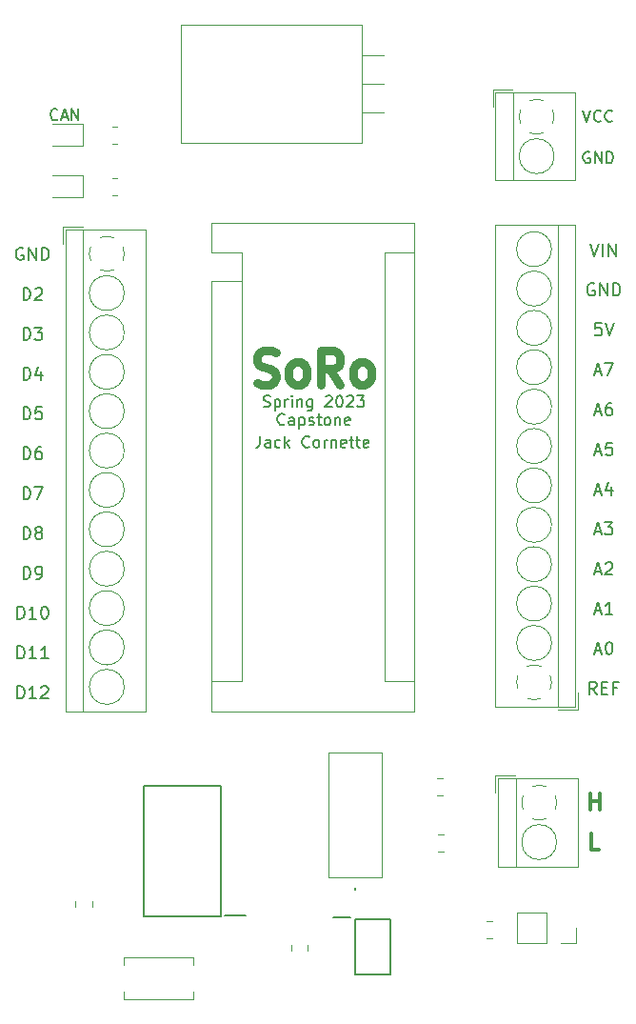
<source format=gbr>
%TF.GenerationSoftware,KiCad,Pcbnew,(6.0.10)*%
%TF.CreationDate,2023-02-10T12:49:52-06:00*%
%TF.ProjectId,lowerArm,6c6f7765-7241-4726-9d2e-6b696361645f,rev?*%
%TF.SameCoordinates,Original*%
%TF.FileFunction,Legend,Top*%
%TF.FilePolarity,Positive*%
%FSLAX46Y46*%
G04 Gerber Fmt 4.6, Leading zero omitted, Abs format (unit mm)*
G04 Created by KiCad (PCBNEW (6.0.10)) date 2023-02-10 12:49:52*
%MOMM*%
%LPD*%
G01*
G04 APERTURE LIST*
%ADD10C,0.150000*%
%ADD11C,0.750000*%
%ADD12C,0.300000*%
%ADD13C,0.120000*%
%ADD14C,0.200000*%
%ADD15C,0.100000*%
G04 APERTURE END LIST*
D10*
X170116666Y-54316380D02*
X170450000Y-55316380D01*
X170783333Y-54316380D01*
X171688095Y-55221142D02*
X171640476Y-55268761D01*
X171497619Y-55316380D01*
X171402380Y-55316380D01*
X171259523Y-55268761D01*
X171164285Y-55173523D01*
X171116666Y-55078285D01*
X171069047Y-54887809D01*
X171069047Y-54744952D01*
X171116666Y-54554476D01*
X171164285Y-54459238D01*
X171259523Y-54364000D01*
X171402380Y-54316380D01*
X171497619Y-54316380D01*
X171640476Y-54364000D01*
X171688095Y-54411619D01*
X172688095Y-55221142D02*
X172640476Y-55268761D01*
X172497619Y-55316380D01*
X172402380Y-55316380D01*
X172259523Y-55268761D01*
X172164285Y-55173523D01*
X172116666Y-55078285D01*
X172069047Y-54887809D01*
X172069047Y-54744952D01*
X172116666Y-54554476D01*
X172164285Y-54459238D01*
X172259523Y-54364000D01*
X172402380Y-54316380D01*
X172497619Y-54316380D01*
X172640476Y-54364000D01*
X172688095Y-54411619D01*
X170753238Y-66149619D02*
X171119904Y-67249619D01*
X171486571Y-66149619D01*
X171853238Y-67249619D02*
X171853238Y-66149619D01*
X172377047Y-67249619D02*
X172377047Y-66149619D01*
X173005619Y-67249619D01*
X173005619Y-66149619D01*
X171119904Y-69744000D02*
X171015142Y-69691619D01*
X170858000Y-69691619D01*
X170700857Y-69744000D01*
X170596095Y-69848761D01*
X170543714Y-69953523D01*
X170491333Y-70163047D01*
X170491333Y-70320190D01*
X170543714Y-70529714D01*
X170596095Y-70634476D01*
X170700857Y-70739238D01*
X170858000Y-70791619D01*
X170962761Y-70791619D01*
X171119904Y-70739238D01*
X171172285Y-70686857D01*
X171172285Y-70320190D01*
X170962761Y-70320190D01*
X171643714Y-70791619D02*
X171643714Y-69691619D01*
X172272285Y-70791619D01*
X172272285Y-69691619D01*
X172796095Y-70791619D02*
X172796095Y-69691619D01*
X173058000Y-69691619D01*
X173215142Y-69744000D01*
X173319904Y-69848761D01*
X173372285Y-69953523D01*
X173424666Y-70163047D01*
X173424666Y-70320190D01*
X173372285Y-70529714D01*
X173319904Y-70634476D01*
X173215142Y-70739238D01*
X173058000Y-70791619D01*
X172796095Y-70791619D01*
X171748476Y-73233619D02*
X171224666Y-73233619D01*
X171172285Y-73757428D01*
X171224666Y-73705047D01*
X171329428Y-73652666D01*
X171591333Y-73652666D01*
X171696095Y-73705047D01*
X171748476Y-73757428D01*
X171800857Y-73862190D01*
X171800857Y-74124095D01*
X171748476Y-74228857D01*
X171696095Y-74281238D01*
X171591333Y-74333619D01*
X171329428Y-74333619D01*
X171224666Y-74281238D01*
X171172285Y-74228857D01*
X172115142Y-73233619D02*
X172481809Y-74333619D01*
X172848476Y-73233619D01*
X171172285Y-77561333D02*
X171696095Y-77561333D01*
X171067523Y-77875619D02*
X171434190Y-76775619D01*
X171800857Y-77875619D01*
X172062761Y-76775619D02*
X172796095Y-76775619D01*
X172324666Y-77875619D01*
X171172285Y-81103333D02*
X171696095Y-81103333D01*
X171067523Y-81417619D02*
X171434190Y-80317619D01*
X171800857Y-81417619D01*
X172638952Y-80317619D02*
X172429428Y-80317619D01*
X172324666Y-80370000D01*
X172272285Y-80422380D01*
X172167523Y-80579523D01*
X172115142Y-80789047D01*
X172115142Y-81208095D01*
X172167523Y-81312857D01*
X172219904Y-81365238D01*
X172324666Y-81417619D01*
X172534190Y-81417619D01*
X172638952Y-81365238D01*
X172691333Y-81312857D01*
X172743714Y-81208095D01*
X172743714Y-80946190D01*
X172691333Y-80841428D01*
X172638952Y-80789047D01*
X172534190Y-80736666D01*
X172324666Y-80736666D01*
X172219904Y-80789047D01*
X172167523Y-80841428D01*
X172115142Y-80946190D01*
X171172285Y-84645333D02*
X171696095Y-84645333D01*
X171067523Y-84959619D02*
X171434190Y-83859619D01*
X171800857Y-84959619D01*
X172691333Y-83859619D02*
X172167523Y-83859619D01*
X172115142Y-84383428D01*
X172167523Y-84331047D01*
X172272285Y-84278666D01*
X172534190Y-84278666D01*
X172638952Y-84331047D01*
X172691333Y-84383428D01*
X172743714Y-84488190D01*
X172743714Y-84750095D01*
X172691333Y-84854857D01*
X172638952Y-84907238D01*
X172534190Y-84959619D01*
X172272285Y-84959619D01*
X172167523Y-84907238D01*
X172115142Y-84854857D01*
X171172285Y-88187333D02*
X171696095Y-88187333D01*
X171067523Y-88501619D02*
X171434190Y-87401619D01*
X171800857Y-88501619D01*
X172638952Y-87768285D02*
X172638952Y-88501619D01*
X172377047Y-87349238D02*
X172115142Y-88134952D01*
X172796095Y-88134952D01*
X171172285Y-91729333D02*
X171696095Y-91729333D01*
X171067523Y-92043619D02*
X171434190Y-90943619D01*
X171800857Y-92043619D01*
X172062761Y-90943619D02*
X172743714Y-90943619D01*
X172377047Y-91362666D01*
X172534190Y-91362666D01*
X172638952Y-91415047D01*
X172691333Y-91467428D01*
X172743714Y-91572190D01*
X172743714Y-91834095D01*
X172691333Y-91938857D01*
X172638952Y-91991238D01*
X172534190Y-92043619D01*
X172219904Y-92043619D01*
X172115142Y-91991238D01*
X172062761Y-91938857D01*
X171172285Y-95271333D02*
X171696095Y-95271333D01*
X171067523Y-95585619D02*
X171434190Y-94485619D01*
X171800857Y-95585619D01*
X172115142Y-94590380D02*
X172167523Y-94538000D01*
X172272285Y-94485619D01*
X172534190Y-94485619D01*
X172638952Y-94538000D01*
X172691333Y-94590380D01*
X172743714Y-94695142D01*
X172743714Y-94799904D01*
X172691333Y-94957047D01*
X172062761Y-95585619D01*
X172743714Y-95585619D01*
X171172285Y-98813333D02*
X171696095Y-98813333D01*
X171067523Y-99127619D02*
X171434190Y-98027619D01*
X171800857Y-99127619D01*
X172743714Y-99127619D02*
X172115142Y-99127619D01*
X172429428Y-99127619D02*
X172429428Y-98027619D01*
X172324666Y-98184761D01*
X172219904Y-98289523D01*
X172115142Y-98341904D01*
X171172285Y-102355333D02*
X171696095Y-102355333D01*
X171067523Y-102669619D02*
X171434190Y-101569619D01*
X171800857Y-102669619D01*
X172377047Y-101569619D02*
X172481809Y-101569619D01*
X172586571Y-101622000D01*
X172638952Y-101674380D01*
X172691333Y-101779142D01*
X172743714Y-101988666D01*
X172743714Y-102250571D01*
X172691333Y-102460095D01*
X172638952Y-102564857D01*
X172586571Y-102617238D01*
X172481809Y-102669619D01*
X172377047Y-102669619D01*
X172272285Y-102617238D01*
X172219904Y-102564857D01*
X172167523Y-102460095D01*
X172115142Y-102250571D01*
X172115142Y-101988666D01*
X172167523Y-101779142D01*
X172219904Y-101674380D01*
X172272285Y-101622000D01*
X172377047Y-101569619D01*
X171329428Y-106211619D02*
X170962761Y-105687809D01*
X170700857Y-106211619D02*
X170700857Y-105111619D01*
X171119904Y-105111619D01*
X171224666Y-105164000D01*
X171277047Y-105216380D01*
X171329428Y-105321142D01*
X171329428Y-105478285D01*
X171277047Y-105583047D01*
X171224666Y-105635428D01*
X171119904Y-105687809D01*
X170700857Y-105687809D01*
X171800857Y-105635428D02*
X172167523Y-105635428D01*
X172324666Y-106211619D02*
X171800857Y-106211619D01*
X171800857Y-105111619D01*
X172324666Y-105111619D01*
X173162761Y-105635428D02*
X172796095Y-105635428D01*
X172796095Y-106211619D02*
X172796095Y-105111619D01*
X173319904Y-105111619D01*
D11*
X141105571Y-78557285D02*
X141534142Y-78700142D01*
X142248428Y-78700142D01*
X142534142Y-78557285D01*
X142677000Y-78414428D01*
X142819857Y-78128714D01*
X142819857Y-77843000D01*
X142677000Y-77557285D01*
X142534142Y-77414428D01*
X142248428Y-77271571D01*
X141677000Y-77128714D01*
X141391285Y-76985857D01*
X141248428Y-76843000D01*
X141105571Y-76557285D01*
X141105571Y-76271571D01*
X141248428Y-75985857D01*
X141391285Y-75843000D01*
X141677000Y-75700142D01*
X142391285Y-75700142D01*
X142819857Y-75843000D01*
X144534142Y-78700142D02*
X144248428Y-78557285D01*
X144105571Y-78414428D01*
X143962714Y-78128714D01*
X143962714Y-77271571D01*
X144105571Y-76985857D01*
X144248428Y-76843000D01*
X144534142Y-76700142D01*
X144962714Y-76700142D01*
X145248428Y-76843000D01*
X145391285Y-76985857D01*
X145534142Y-77271571D01*
X145534142Y-78128714D01*
X145391285Y-78414428D01*
X145248428Y-78557285D01*
X144962714Y-78700142D01*
X144534142Y-78700142D01*
X148534142Y-78700142D02*
X147534142Y-77271571D01*
X146819857Y-78700142D02*
X146819857Y-75700142D01*
X147962714Y-75700142D01*
X148248428Y-75843000D01*
X148391285Y-75985857D01*
X148534142Y-76271571D01*
X148534142Y-76700142D01*
X148391285Y-76985857D01*
X148248428Y-77128714D01*
X147962714Y-77271571D01*
X146819857Y-77271571D01*
X150248428Y-78700142D02*
X149962714Y-78557285D01*
X149819857Y-78414428D01*
X149677000Y-78128714D01*
X149677000Y-77271571D01*
X149819857Y-76985857D01*
X149962714Y-76843000D01*
X150248428Y-76700142D01*
X150677000Y-76700142D01*
X150962714Y-76843000D01*
X151105571Y-76985857D01*
X151248428Y-77271571D01*
X151248428Y-78128714D01*
X151105571Y-78414428D01*
X150962714Y-78557285D01*
X150677000Y-78700142D01*
X150248428Y-78700142D01*
D10*
X141383333Y-83272380D02*
X141383333Y-83986666D01*
X141335714Y-84129523D01*
X141240476Y-84224761D01*
X141097619Y-84272380D01*
X141002380Y-84272380D01*
X142288095Y-84272380D02*
X142288095Y-83748571D01*
X142240476Y-83653333D01*
X142145238Y-83605714D01*
X141954761Y-83605714D01*
X141859523Y-83653333D01*
X142288095Y-84224761D02*
X142192857Y-84272380D01*
X141954761Y-84272380D01*
X141859523Y-84224761D01*
X141811904Y-84129523D01*
X141811904Y-84034285D01*
X141859523Y-83939047D01*
X141954761Y-83891428D01*
X142192857Y-83891428D01*
X142288095Y-83843809D01*
X143192857Y-84224761D02*
X143097619Y-84272380D01*
X142907142Y-84272380D01*
X142811904Y-84224761D01*
X142764285Y-84177142D01*
X142716666Y-84081904D01*
X142716666Y-83796190D01*
X142764285Y-83700952D01*
X142811904Y-83653333D01*
X142907142Y-83605714D01*
X143097619Y-83605714D01*
X143192857Y-83653333D01*
X143621428Y-84272380D02*
X143621428Y-83272380D01*
X143716666Y-83891428D02*
X144002380Y-84272380D01*
X144002380Y-83605714D02*
X143621428Y-83986666D01*
X145764285Y-84177142D02*
X145716666Y-84224761D01*
X145573809Y-84272380D01*
X145478571Y-84272380D01*
X145335714Y-84224761D01*
X145240476Y-84129523D01*
X145192857Y-84034285D01*
X145145238Y-83843809D01*
X145145238Y-83700952D01*
X145192857Y-83510476D01*
X145240476Y-83415238D01*
X145335714Y-83320000D01*
X145478571Y-83272380D01*
X145573809Y-83272380D01*
X145716666Y-83320000D01*
X145764285Y-83367619D01*
X146335714Y-84272380D02*
X146240476Y-84224761D01*
X146192857Y-84177142D01*
X146145238Y-84081904D01*
X146145238Y-83796190D01*
X146192857Y-83700952D01*
X146240476Y-83653333D01*
X146335714Y-83605714D01*
X146478571Y-83605714D01*
X146573809Y-83653333D01*
X146621428Y-83700952D01*
X146669047Y-83796190D01*
X146669047Y-84081904D01*
X146621428Y-84177142D01*
X146573809Y-84224761D01*
X146478571Y-84272380D01*
X146335714Y-84272380D01*
X147097619Y-84272380D02*
X147097619Y-83605714D01*
X147097619Y-83796190D02*
X147145238Y-83700952D01*
X147192857Y-83653333D01*
X147288095Y-83605714D01*
X147383333Y-83605714D01*
X147716666Y-83605714D02*
X147716666Y-84272380D01*
X147716666Y-83700952D02*
X147764285Y-83653333D01*
X147859523Y-83605714D01*
X148002380Y-83605714D01*
X148097619Y-83653333D01*
X148145238Y-83748571D01*
X148145238Y-84272380D01*
X149002380Y-84224761D02*
X148907142Y-84272380D01*
X148716666Y-84272380D01*
X148621428Y-84224761D01*
X148573809Y-84129523D01*
X148573809Y-83748571D01*
X148621428Y-83653333D01*
X148716666Y-83605714D01*
X148907142Y-83605714D01*
X149002380Y-83653333D01*
X149050000Y-83748571D01*
X149050000Y-83843809D01*
X148573809Y-83939047D01*
X149335714Y-83605714D02*
X149716666Y-83605714D01*
X149478571Y-83272380D02*
X149478571Y-84129523D01*
X149526190Y-84224761D01*
X149621428Y-84272380D01*
X149716666Y-84272380D01*
X149907142Y-83605714D02*
X150288095Y-83605714D01*
X150050000Y-83272380D02*
X150050000Y-84129523D01*
X150097619Y-84224761D01*
X150192857Y-84272380D01*
X150288095Y-84272380D01*
X151002380Y-84224761D02*
X150907142Y-84272380D01*
X150716666Y-84272380D01*
X150621428Y-84224761D01*
X150573809Y-84129523D01*
X150573809Y-83748571D01*
X150621428Y-83653333D01*
X150716666Y-83605714D01*
X150907142Y-83605714D01*
X151002380Y-83653333D01*
X151050000Y-83748571D01*
X151050000Y-83843809D01*
X150573809Y-83939047D01*
X170688095Y-58047000D02*
X170592857Y-57999380D01*
X170450000Y-57999380D01*
X170307142Y-58047000D01*
X170211904Y-58142238D01*
X170164285Y-58237476D01*
X170116666Y-58427952D01*
X170116666Y-58570809D01*
X170164285Y-58761285D01*
X170211904Y-58856523D01*
X170307142Y-58951761D01*
X170450000Y-58999380D01*
X170545238Y-58999380D01*
X170688095Y-58951761D01*
X170735714Y-58904142D01*
X170735714Y-58570809D01*
X170545238Y-58570809D01*
X171164285Y-58999380D02*
X171164285Y-57999380D01*
X171735714Y-58999380D01*
X171735714Y-57999380D01*
X172211904Y-58999380D02*
X172211904Y-57999380D01*
X172450000Y-57999380D01*
X172592857Y-58047000D01*
X172688095Y-58142238D01*
X172735714Y-58237476D01*
X172783333Y-58427952D01*
X172783333Y-58570809D01*
X172735714Y-58761285D01*
X172688095Y-58856523D01*
X172592857Y-58951761D01*
X172450000Y-58999380D01*
X172211904Y-58999380D01*
X120319904Y-66583000D02*
X120215142Y-66530619D01*
X120058000Y-66530619D01*
X119900857Y-66583000D01*
X119796095Y-66687761D01*
X119743714Y-66792523D01*
X119691333Y-67002047D01*
X119691333Y-67159190D01*
X119743714Y-67368714D01*
X119796095Y-67473476D01*
X119900857Y-67578238D01*
X120058000Y-67630619D01*
X120162761Y-67630619D01*
X120319904Y-67578238D01*
X120372285Y-67525857D01*
X120372285Y-67159190D01*
X120162761Y-67159190D01*
X120843714Y-67630619D02*
X120843714Y-66530619D01*
X121472285Y-67630619D01*
X121472285Y-66530619D01*
X121996095Y-67630619D02*
X121996095Y-66530619D01*
X122258000Y-66530619D01*
X122415142Y-66583000D01*
X122519904Y-66687761D01*
X122572285Y-66792523D01*
X122624666Y-67002047D01*
X122624666Y-67159190D01*
X122572285Y-67368714D01*
X122519904Y-67473476D01*
X122415142Y-67578238D01*
X122258000Y-67630619D01*
X121996095Y-67630619D01*
X120346095Y-71172619D02*
X120346095Y-70072619D01*
X120608000Y-70072619D01*
X120765142Y-70125000D01*
X120869904Y-70229761D01*
X120922285Y-70334523D01*
X120974666Y-70544047D01*
X120974666Y-70701190D01*
X120922285Y-70910714D01*
X120869904Y-71015476D01*
X120765142Y-71120238D01*
X120608000Y-71172619D01*
X120346095Y-71172619D01*
X121393714Y-70177380D02*
X121446095Y-70125000D01*
X121550857Y-70072619D01*
X121812761Y-70072619D01*
X121917523Y-70125000D01*
X121969904Y-70177380D01*
X122022285Y-70282142D01*
X122022285Y-70386904D01*
X121969904Y-70544047D01*
X121341333Y-71172619D01*
X122022285Y-71172619D01*
X120346095Y-74714619D02*
X120346095Y-73614619D01*
X120608000Y-73614619D01*
X120765142Y-73667000D01*
X120869904Y-73771761D01*
X120922285Y-73876523D01*
X120974666Y-74086047D01*
X120974666Y-74243190D01*
X120922285Y-74452714D01*
X120869904Y-74557476D01*
X120765142Y-74662238D01*
X120608000Y-74714619D01*
X120346095Y-74714619D01*
X121341333Y-73614619D02*
X122022285Y-73614619D01*
X121655619Y-74033666D01*
X121812761Y-74033666D01*
X121917523Y-74086047D01*
X121969904Y-74138428D01*
X122022285Y-74243190D01*
X122022285Y-74505095D01*
X121969904Y-74609857D01*
X121917523Y-74662238D01*
X121812761Y-74714619D01*
X121498476Y-74714619D01*
X121393714Y-74662238D01*
X121341333Y-74609857D01*
X120346095Y-78256619D02*
X120346095Y-77156619D01*
X120608000Y-77156619D01*
X120765142Y-77209000D01*
X120869904Y-77313761D01*
X120922285Y-77418523D01*
X120974666Y-77628047D01*
X120974666Y-77785190D01*
X120922285Y-77994714D01*
X120869904Y-78099476D01*
X120765142Y-78204238D01*
X120608000Y-78256619D01*
X120346095Y-78256619D01*
X121917523Y-77523285D02*
X121917523Y-78256619D01*
X121655619Y-77104238D02*
X121393714Y-77889952D01*
X122074666Y-77889952D01*
X120346095Y-81798619D02*
X120346095Y-80698619D01*
X120608000Y-80698619D01*
X120765142Y-80751000D01*
X120869904Y-80855761D01*
X120922285Y-80960523D01*
X120974666Y-81170047D01*
X120974666Y-81327190D01*
X120922285Y-81536714D01*
X120869904Y-81641476D01*
X120765142Y-81746238D01*
X120608000Y-81798619D01*
X120346095Y-81798619D01*
X121969904Y-80698619D02*
X121446095Y-80698619D01*
X121393714Y-81222428D01*
X121446095Y-81170047D01*
X121550857Y-81117666D01*
X121812761Y-81117666D01*
X121917523Y-81170047D01*
X121969904Y-81222428D01*
X122022285Y-81327190D01*
X122022285Y-81589095D01*
X121969904Y-81693857D01*
X121917523Y-81746238D01*
X121812761Y-81798619D01*
X121550857Y-81798619D01*
X121446095Y-81746238D01*
X121393714Y-81693857D01*
X120346095Y-85340619D02*
X120346095Y-84240619D01*
X120608000Y-84240619D01*
X120765142Y-84293000D01*
X120869904Y-84397761D01*
X120922285Y-84502523D01*
X120974666Y-84712047D01*
X120974666Y-84869190D01*
X120922285Y-85078714D01*
X120869904Y-85183476D01*
X120765142Y-85288238D01*
X120608000Y-85340619D01*
X120346095Y-85340619D01*
X121917523Y-84240619D02*
X121708000Y-84240619D01*
X121603238Y-84293000D01*
X121550857Y-84345380D01*
X121446095Y-84502523D01*
X121393714Y-84712047D01*
X121393714Y-85131095D01*
X121446095Y-85235857D01*
X121498476Y-85288238D01*
X121603238Y-85340619D01*
X121812761Y-85340619D01*
X121917523Y-85288238D01*
X121969904Y-85235857D01*
X122022285Y-85131095D01*
X122022285Y-84869190D01*
X121969904Y-84764428D01*
X121917523Y-84712047D01*
X121812761Y-84659666D01*
X121603238Y-84659666D01*
X121498476Y-84712047D01*
X121446095Y-84764428D01*
X121393714Y-84869190D01*
X120346095Y-88882619D02*
X120346095Y-87782619D01*
X120608000Y-87782619D01*
X120765142Y-87835000D01*
X120869904Y-87939761D01*
X120922285Y-88044523D01*
X120974666Y-88254047D01*
X120974666Y-88411190D01*
X120922285Y-88620714D01*
X120869904Y-88725476D01*
X120765142Y-88830238D01*
X120608000Y-88882619D01*
X120346095Y-88882619D01*
X121341333Y-87782619D02*
X122074666Y-87782619D01*
X121603238Y-88882619D01*
X120346095Y-92424619D02*
X120346095Y-91324619D01*
X120608000Y-91324619D01*
X120765142Y-91377000D01*
X120869904Y-91481761D01*
X120922285Y-91586523D01*
X120974666Y-91796047D01*
X120974666Y-91953190D01*
X120922285Y-92162714D01*
X120869904Y-92267476D01*
X120765142Y-92372238D01*
X120608000Y-92424619D01*
X120346095Y-92424619D01*
X121603238Y-91796047D02*
X121498476Y-91743666D01*
X121446095Y-91691285D01*
X121393714Y-91586523D01*
X121393714Y-91534142D01*
X121446095Y-91429380D01*
X121498476Y-91377000D01*
X121603238Y-91324619D01*
X121812761Y-91324619D01*
X121917523Y-91377000D01*
X121969904Y-91429380D01*
X122022285Y-91534142D01*
X122022285Y-91586523D01*
X121969904Y-91691285D01*
X121917523Y-91743666D01*
X121812761Y-91796047D01*
X121603238Y-91796047D01*
X121498476Y-91848428D01*
X121446095Y-91900809D01*
X121393714Y-92005571D01*
X121393714Y-92215095D01*
X121446095Y-92319857D01*
X121498476Y-92372238D01*
X121603238Y-92424619D01*
X121812761Y-92424619D01*
X121917523Y-92372238D01*
X121969904Y-92319857D01*
X122022285Y-92215095D01*
X122022285Y-92005571D01*
X121969904Y-91900809D01*
X121917523Y-91848428D01*
X121812761Y-91796047D01*
X120346095Y-95966619D02*
X120346095Y-94866619D01*
X120608000Y-94866619D01*
X120765142Y-94919000D01*
X120869904Y-95023761D01*
X120922285Y-95128523D01*
X120974666Y-95338047D01*
X120974666Y-95495190D01*
X120922285Y-95704714D01*
X120869904Y-95809476D01*
X120765142Y-95914238D01*
X120608000Y-95966619D01*
X120346095Y-95966619D01*
X121498476Y-95966619D02*
X121708000Y-95966619D01*
X121812761Y-95914238D01*
X121865142Y-95861857D01*
X121969904Y-95704714D01*
X122022285Y-95495190D01*
X122022285Y-95076142D01*
X121969904Y-94971380D01*
X121917523Y-94919000D01*
X121812761Y-94866619D01*
X121603238Y-94866619D01*
X121498476Y-94919000D01*
X121446095Y-94971380D01*
X121393714Y-95076142D01*
X121393714Y-95338047D01*
X121446095Y-95442809D01*
X121498476Y-95495190D01*
X121603238Y-95547571D01*
X121812761Y-95547571D01*
X121917523Y-95495190D01*
X121969904Y-95442809D01*
X122022285Y-95338047D01*
X119822285Y-99508619D02*
X119822285Y-98408619D01*
X120084190Y-98408619D01*
X120241333Y-98461000D01*
X120346095Y-98565761D01*
X120398476Y-98670523D01*
X120450857Y-98880047D01*
X120450857Y-99037190D01*
X120398476Y-99246714D01*
X120346095Y-99351476D01*
X120241333Y-99456238D01*
X120084190Y-99508619D01*
X119822285Y-99508619D01*
X121498476Y-99508619D02*
X120869904Y-99508619D01*
X121184190Y-99508619D02*
X121184190Y-98408619D01*
X121079428Y-98565761D01*
X120974666Y-98670523D01*
X120869904Y-98722904D01*
X122179428Y-98408619D02*
X122284190Y-98408619D01*
X122388952Y-98461000D01*
X122441333Y-98513380D01*
X122493714Y-98618142D01*
X122546095Y-98827666D01*
X122546095Y-99089571D01*
X122493714Y-99299095D01*
X122441333Y-99403857D01*
X122388952Y-99456238D01*
X122284190Y-99508619D01*
X122179428Y-99508619D01*
X122074666Y-99456238D01*
X122022285Y-99403857D01*
X121969904Y-99299095D01*
X121917523Y-99089571D01*
X121917523Y-98827666D01*
X121969904Y-98618142D01*
X122022285Y-98513380D01*
X122074666Y-98461000D01*
X122179428Y-98408619D01*
X119822285Y-103050619D02*
X119822285Y-101950619D01*
X120084190Y-101950619D01*
X120241333Y-102003000D01*
X120346095Y-102107761D01*
X120398476Y-102212523D01*
X120450857Y-102422047D01*
X120450857Y-102579190D01*
X120398476Y-102788714D01*
X120346095Y-102893476D01*
X120241333Y-102998238D01*
X120084190Y-103050619D01*
X119822285Y-103050619D01*
X121498476Y-103050619D02*
X120869904Y-103050619D01*
X121184190Y-103050619D02*
X121184190Y-101950619D01*
X121079428Y-102107761D01*
X120974666Y-102212523D01*
X120869904Y-102264904D01*
X122546095Y-103050619D02*
X121917523Y-103050619D01*
X122231809Y-103050619D02*
X122231809Y-101950619D01*
X122127047Y-102107761D01*
X122022285Y-102212523D01*
X121917523Y-102264904D01*
X119822285Y-106592619D02*
X119822285Y-105492619D01*
X120084190Y-105492619D01*
X120241333Y-105545000D01*
X120346095Y-105649761D01*
X120398476Y-105754523D01*
X120450857Y-105964047D01*
X120450857Y-106121190D01*
X120398476Y-106330714D01*
X120346095Y-106435476D01*
X120241333Y-106540238D01*
X120084190Y-106592619D01*
X119822285Y-106592619D01*
X121498476Y-106592619D02*
X120869904Y-106592619D01*
X121184190Y-106592619D02*
X121184190Y-105492619D01*
X121079428Y-105649761D01*
X120974666Y-105754523D01*
X120869904Y-105806904D01*
X121917523Y-105597380D02*
X121969904Y-105545000D01*
X122074666Y-105492619D01*
X122336571Y-105492619D01*
X122441333Y-105545000D01*
X122493714Y-105597380D01*
X122546095Y-105702142D01*
X122546095Y-105806904D01*
X122493714Y-105964047D01*
X121865142Y-106592619D01*
X122546095Y-106592619D01*
X141700809Y-80625761D02*
X141843666Y-80673380D01*
X142081761Y-80673380D01*
X142177000Y-80625761D01*
X142224619Y-80578142D01*
X142272238Y-80482904D01*
X142272238Y-80387666D01*
X142224619Y-80292428D01*
X142177000Y-80244809D01*
X142081761Y-80197190D01*
X141891285Y-80149571D01*
X141796047Y-80101952D01*
X141748428Y-80054333D01*
X141700809Y-79959095D01*
X141700809Y-79863857D01*
X141748428Y-79768619D01*
X141796047Y-79721000D01*
X141891285Y-79673380D01*
X142129380Y-79673380D01*
X142272238Y-79721000D01*
X142700809Y-80006714D02*
X142700809Y-81006714D01*
X142700809Y-80054333D02*
X142796047Y-80006714D01*
X142986523Y-80006714D01*
X143081761Y-80054333D01*
X143129380Y-80101952D01*
X143177000Y-80197190D01*
X143177000Y-80482904D01*
X143129380Y-80578142D01*
X143081761Y-80625761D01*
X142986523Y-80673380D01*
X142796047Y-80673380D01*
X142700809Y-80625761D01*
X143605571Y-80673380D02*
X143605571Y-80006714D01*
X143605571Y-80197190D02*
X143653190Y-80101952D01*
X143700809Y-80054333D01*
X143796047Y-80006714D01*
X143891285Y-80006714D01*
X144224619Y-80673380D02*
X144224619Y-80006714D01*
X144224619Y-79673380D02*
X144177000Y-79721000D01*
X144224619Y-79768619D01*
X144272238Y-79721000D01*
X144224619Y-79673380D01*
X144224619Y-79768619D01*
X144700809Y-80006714D02*
X144700809Y-80673380D01*
X144700809Y-80101952D02*
X144748428Y-80054333D01*
X144843666Y-80006714D01*
X144986523Y-80006714D01*
X145081761Y-80054333D01*
X145129380Y-80149571D01*
X145129380Y-80673380D01*
X146034142Y-80006714D02*
X146034142Y-80816238D01*
X145986523Y-80911476D01*
X145938904Y-80959095D01*
X145843666Y-81006714D01*
X145700809Y-81006714D01*
X145605571Y-80959095D01*
X146034142Y-80625761D02*
X145938904Y-80673380D01*
X145748428Y-80673380D01*
X145653190Y-80625761D01*
X145605571Y-80578142D01*
X145557952Y-80482904D01*
X145557952Y-80197190D01*
X145605571Y-80101952D01*
X145653190Y-80054333D01*
X145748428Y-80006714D01*
X145938904Y-80006714D01*
X146034142Y-80054333D01*
X147224619Y-79768619D02*
X147272238Y-79721000D01*
X147367476Y-79673380D01*
X147605571Y-79673380D01*
X147700809Y-79721000D01*
X147748428Y-79768619D01*
X147796047Y-79863857D01*
X147796047Y-79959095D01*
X147748428Y-80101952D01*
X147177000Y-80673380D01*
X147796047Y-80673380D01*
X148415095Y-79673380D02*
X148510333Y-79673380D01*
X148605571Y-79721000D01*
X148653190Y-79768619D01*
X148700809Y-79863857D01*
X148748428Y-80054333D01*
X148748428Y-80292428D01*
X148700809Y-80482904D01*
X148653190Y-80578142D01*
X148605571Y-80625761D01*
X148510333Y-80673380D01*
X148415095Y-80673380D01*
X148319857Y-80625761D01*
X148272238Y-80578142D01*
X148224619Y-80482904D01*
X148177000Y-80292428D01*
X148177000Y-80054333D01*
X148224619Y-79863857D01*
X148272238Y-79768619D01*
X148319857Y-79721000D01*
X148415095Y-79673380D01*
X149129380Y-79768619D02*
X149177000Y-79721000D01*
X149272238Y-79673380D01*
X149510333Y-79673380D01*
X149605571Y-79721000D01*
X149653190Y-79768619D01*
X149700809Y-79863857D01*
X149700809Y-79959095D01*
X149653190Y-80101952D01*
X149081761Y-80673380D01*
X149700809Y-80673380D01*
X150034142Y-79673380D02*
X150653190Y-79673380D01*
X150319857Y-80054333D01*
X150462714Y-80054333D01*
X150557952Y-80101952D01*
X150605571Y-80149571D01*
X150653190Y-80244809D01*
X150653190Y-80482904D01*
X150605571Y-80578142D01*
X150557952Y-80625761D01*
X150462714Y-80673380D01*
X150177000Y-80673380D01*
X150081761Y-80625761D01*
X150034142Y-80578142D01*
X143557952Y-82188142D02*
X143510333Y-82235761D01*
X143367476Y-82283380D01*
X143272238Y-82283380D01*
X143129380Y-82235761D01*
X143034142Y-82140523D01*
X142986523Y-82045285D01*
X142938904Y-81854809D01*
X142938904Y-81711952D01*
X142986523Y-81521476D01*
X143034142Y-81426238D01*
X143129380Y-81331000D01*
X143272238Y-81283380D01*
X143367476Y-81283380D01*
X143510333Y-81331000D01*
X143557952Y-81378619D01*
X144415095Y-82283380D02*
X144415095Y-81759571D01*
X144367476Y-81664333D01*
X144272238Y-81616714D01*
X144081761Y-81616714D01*
X143986523Y-81664333D01*
X144415095Y-82235761D02*
X144319857Y-82283380D01*
X144081761Y-82283380D01*
X143986523Y-82235761D01*
X143938904Y-82140523D01*
X143938904Y-82045285D01*
X143986523Y-81950047D01*
X144081761Y-81902428D01*
X144319857Y-81902428D01*
X144415095Y-81854809D01*
X144891285Y-81616714D02*
X144891285Y-82616714D01*
X144891285Y-81664333D02*
X144986523Y-81616714D01*
X145177000Y-81616714D01*
X145272238Y-81664333D01*
X145319857Y-81711952D01*
X145367476Y-81807190D01*
X145367476Y-82092904D01*
X145319857Y-82188142D01*
X145272238Y-82235761D01*
X145177000Y-82283380D01*
X144986523Y-82283380D01*
X144891285Y-82235761D01*
X145748428Y-82235761D02*
X145843666Y-82283380D01*
X146034142Y-82283380D01*
X146129380Y-82235761D01*
X146177000Y-82140523D01*
X146177000Y-82092904D01*
X146129380Y-81997666D01*
X146034142Y-81950047D01*
X145891285Y-81950047D01*
X145796047Y-81902428D01*
X145748428Y-81807190D01*
X145748428Y-81759571D01*
X145796047Y-81664333D01*
X145891285Y-81616714D01*
X146034142Y-81616714D01*
X146129380Y-81664333D01*
X146462714Y-81616714D02*
X146843666Y-81616714D01*
X146605571Y-81283380D02*
X146605571Y-82140523D01*
X146653190Y-82235761D01*
X146748428Y-82283380D01*
X146843666Y-82283380D01*
X147319857Y-82283380D02*
X147224619Y-82235761D01*
X147177000Y-82188142D01*
X147129380Y-82092904D01*
X147129380Y-81807190D01*
X147177000Y-81711952D01*
X147224619Y-81664333D01*
X147319857Y-81616714D01*
X147462714Y-81616714D01*
X147557952Y-81664333D01*
X147605571Y-81711952D01*
X147653190Y-81807190D01*
X147653190Y-82092904D01*
X147605571Y-82188142D01*
X147557952Y-82235761D01*
X147462714Y-82283380D01*
X147319857Y-82283380D01*
X148081761Y-81616714D02*
X148081761Y-82283380D01*
X148081761Y-81711952D02*
X148129380Y-81664333D01*
X148224619Y-81616714D01*
X148367476Y-81616714D01*
X148462714Y-81664333D01*
X148510333Y-81759571D01*
X148510333Y-82283380D01*
X149367476Y-82235761D02*
X149272238Y-82283380D01*
X149081761Y-82283380D01*
X148986523Y-82235761D01*
X148938904Y-82140523D01*
X148938904Y-81759571D01*
X148986523Y-81664333D01*
X149081761Y-81616714D01*
X149272238Y-81616714D01*
X149367476Y-81664333D01*
X149415095Y-81759571D01*
X149415095Y-81854809D01*
X148938904Y-81950047D01*
D12*
X170767428Y-116502571D02*
X170767428Y-115002571D01*
X170767428Y-115716857D02*
X171624571Y-115716857D01*
X171624571Y-116502571D02*
X171624571Y-115002571D01*
X171533285Y-120058571D02*
X170819000Y-120058571D01*
X170819000Y-118558571D01*
D10*
%TO.C,CAN*%
X123373142Y-55094142D02*
X123325523Y-55141761D01*
X123182666Y-55189380D01*
X123087428Y-55189380D01*
X122944571Y-55141761D01*
X122849333Y-55046523D01*
X122801714Y-54951285D01*
X122754095Y-54760809D01*
X122754095Y-54617952D01*
X122801714Y-54427476D01*
X122849333Y-54332238D01*
X122944571Y-54237000D01*
X123087428Y-54189380D01*
X123182666Y-54189380D01*
X123325523Y-54237000D01*
X123373142Y-54284619D01*
X123754095Y-54903666D02*
X124230285Y-54903666D01*
X123658857Y-55189380D02*
X123992190Y-54189380D01*
X124325523Y-55189380D01*
X124658857Y-55189380D02*
X124658857Y-54189380D01*
X125230285Y-55189380D01*
X125230285Y-54189380D01*
D13*
%TO.C,REF\u002A\u002A*%
X166858000Y-125643000D02*
X164258000Y-125643000D01*
X166858000Y-128303000D02*
X164258000Y-128303000D01*
X166858000Y-125643000D02*
X166858000Y-128303000D01*
X169458000Y-126973000D02*
X169458000Y-128303000D01*
X169458000Y-128303000D02*
X168128000Y-128303000D01*
X164258000Y-125643000D02*
X164258000Y-128303000D01*
%TO.C,CAN*%
X125597500Y-55555000D02*
X122912500Y-55555000D01*
X122912500Y-57475000D02*
X125597500Y-57475000D01*
X125597500Y-57475000D02*
X125597500Y-55555000D01*
%TO.C,U1*%
X150466000Y-51943000D02*
X152426000Y-51943000D01*
X134356000Y-57193000D02*
X150466000Y-57193000D01*
X150466000Y-49403000D02*
X152426000Y-49403000D01*
X134356000Y-46693000D02*
X150466000Y-46693000D01*
X134356000Y-57193000D02*
X134356000Y-46693000D01*
X150466000Y-54483000D02*
X152426000Y-54483000D01*
X150466000Y-57193000D02*
X150466000Y-46693000D01*
%TO.C,J1*%
X125662000Y-64896000D02*
X125662000Y-107716000D01*
X131222000Y-64896000D02*
X131222000Y-107716000D01*
X125602000Y-64656000D02*
X123862000Y-64656000D01*
X123862000Y-64656000D02*
X123862000Y-66156000D01*
X131222000Y-107716000D02*
X124102000Y-107716000D01*
X131222000Y-64896000D02*
X124102000Y-64896000D01*
X124102000Y-64896000D02*
X124102000Y-107716000D01*
X126330000Y-66448000D02*
G75*
G03*
X126206507Y-67083011I1431988J-607998D01*
G01*
X129194000Y-67664000D02*
G75*
G03*
X129194109Y-66448258I-1432000J608000D01*
G01*
X127154000Y-68488000D02*
G75*
G03*
X128369742Y-68488109I607999J1432003D01*
G01*
X128370000Y-65624000D02*
G75*
G03*
X127154258Y-65623891I-608000J-1432000D01*
G01*
X126207000Y-67056000D02*
G75*
G03*
X126330615Y-67663587I1555000J0D01*
G01*
X129317000Y-74056000D02*
G75*
G03*
X129317000Y-74056000I-1555000J0D01*
G01*
X129317000Y-95056000D02*
G75*
G03*
X129317000Y-95056000I-1555000J0D01*
G01*
X129317000Y-105556000D02*
G75*
G03*
X129317000Y-105556000I-1555000J0D01*
G01*
X129317000Y-77556000D02*
G75*
G03*
X129317000Y-77556000I-1555000J0D01*
G01*
X129317000Y-102056000D02*
G75*
G03*
X129317000Y-102056000I-1555000J0D01*
G01*
X129317000Y-98556000D02*
G75*
G03*
X129317000Y-98556000I-1555000J0D01*
G01*
X129317000Y-84556000D02*
G75*
G03*
X129317000Y-84556000I-1555000J0D01*
G01*
X129317000Y-81056000D02*
G75*
G03*
X129317000Y-81056000I-1555000J0D01*
G01*
X129317000Y-88056000D02*
G75*
G03*
X129317000Y-88056000I-1555000J0D01*
G01*
X129317000Y-70556000D02*
G75*
G03*
X129317000Y-70556000I-1555000J0D01*
G01*
X129317000Y-91556000D02*
G75*
G03*
X129317000Y-91556000I-1555000J0D01*
G01*
%TO.C,R3*%
X128257436Y-61822000D02*
X128711564Y-61822000D01*
X128257436Y-60352000D02*
X128711564Y-60352000D01*
%TO.C,C3*%
X157148196Y-113721458D02*
X157670700Y-113721458D01*
X157148196Y-115191458D02*
X157670700Y-115191458D01*
%TO.C,REF\u002A\u002A*%
X129234000Y-129595000D02*
X129234000Y-130245000D01*
X129234000Y-133295000D02*
X135434000Y-133295000D01*
X135434000Y-129595000D02*
X135434000Y-130245000D01*
X135434000Y-133295000D02*
X135434000Y-132645000D01*
X129234000Y-132645000D02*
X129234000Y-133295000D01*
X135434000Y-129595000D02*
X129234000Y-129595000D01*
%TO.C,A1*%
X137090800Y-69494400D02*
X137090800Y-107724400D01*
X155130800Y-64284400D02*
X137090800Y-64284400D01*
X139760800Y-69494400D02*
X139760800Y-105054400D01*
X155130800Y-107724400D02*
X155130800Y-64284400D01*
X139760800Y-66954400D02*
X137090800Y-66954400D01*
X139760800Y-105054400D02*
X137090800Y-105054400D01*
X137090800Y-64284400D02*
X137090800Y-66954400D01*
X139760800Y-69494400D02*
X139760800Y-66954400D01*
X152460800Y-105054400D02*
X155130800Y-105054400D01*
X137090800Y-107724400D02*
X155130800Y-107724400D01*
X139760800Y-69494400D02*
X137090800Y-69494400D01*
X152460800Y-66954400D02*
X152460800Y-105054400D01*
X152460800Y-66954400D02*
X155130800Y-66954400D01*
%TO.C,C2*%
X157198996Y-118699858D02*
X157721500Y-118699858D01*
X157198996Y-120169858D02*
X157721500Y-120169858D01*
%TO.C,J2*%
X162302000Y-107312800D02*
X162302000Y-64492800D01*
X162302000Y-64492800D02*
X169422000Y-64492800D01*
X169662000Y-107552800D02*
X169662000Y-106052800D01*
X167922000Y-107552800D02*
X169662000Y-107552800D01*
X169422000Y-107312800D02*
X169422000Y-64492800D01*
X162302000Y-107312800D02*
X169422000Y-107312800D01*
X167862000Y-107312800D02*
X167862000Y-64492800D01*
X164330000Y-104544800D02*
G75*
G03*
X164329891Y-105760542I1432000J-608000D01*
G01*
X167194000Y-105760800D02*
G75*
G03*
X167317493Y-105125789I-1431988J607998D01*
G01*
X165154000Y-106584800D02*
G75*
G03*
X166369742Y-106584909I608000J1432000D01*
G01*
X167317000Y-105152800D02*
G75*
G03*
X167193385Y-104545213I-1555000J0D01*
G01*
X166370000Y-103720800D02*
G75*
G03*
X165154258Y-103720691I-607999J-1432003D01*
G01*
X167317000Y-66652800D02*
G75*
G03*
X167317000Y-66652800I-1555000J0D01*
G01*
X167317000Y-70152800D02*
G75*
G03*
X167317000Y-70152800I-1555000J0D01*
G01*
X167317000Y-84152800D02*
G75*
G03*
X167317000Y-84152800I-1555000J0D01*
G01*
X167317000Y-73652800D02*
G75*
G03*
X167317000Y-73652800I-1555000J0D01*
G01*
X167317000Y-94652800D02*
G75*
G03*
X167317000Y-94652800I-1555000J0D01*
G01*
X167317000Y-87652800D02*
G75*
G03*
X167317000Y-87652800I-1555000J0D01*
G01*
X167317000Y-91152800D02*
G75*
G03*
X167317000Y-91152800I-1555000J0D01*
G01*
X167317000Y-80652800D02*
G75*
G03*
X167317000Y-80652800I-1555000J0D01*
G01*
X167317000Y-77152800D02*
G75*
G03*
X167317000Y-77152800I-1555000J0D01*
G01*
X167317000Y-101652800D02*
G75*
G03*
X167317000Y-101652800I-1555000J0D01*
G01*
X167317000Y-98152800D02*
G75*
G03*
X167317000Y-98152800I-1555000J0D01*
G01*
%TO.C,C1*%
X144177648Y-128470006D02*
X144177648Y-128992510D01*
X145647648Y-128470006D02*
X145647648Y-128992510D01*
D14*
%TO.C,U4*%
X149815048Y-131079658D02*
X149815048Y-126179658D01*
X147940048Y-126049658D02*
X149465048Y-126049658D01*
X149815048Y-126179658D02*
X153015048Y-126179658D01*
X153015048Y-126179658D02*
X153015048Y-131079658D01*
X153015048Y-131079658D02*
X149815048Y-131079658D01*
%TO.C,U2*%
X149860000Y-123580000D02*
X149860000Y-123580000D01*
X149860000Y-123480000D02*
X149860000Y-123480000D01*
D15*
X152210000Y-122465000D02*
X147510000Y-122465000D01*
X147510000Y-122465000D02*
X147510000Y-111415000D01*
D14*
X149860000Y-123580000D02*
X149860000Y-123580000D01*
D15*
X147510000Y-111415000D02*
X152210000Y-111415000D01*
X152210000Y-111415000D02*
X152210000Y-122465000D01*
D14*
X149860000Y-123580000D02*
G75*
G03*
X149860000Y-123480000I0J50000D01*
G01*
X149860000Y-123480000D02*
G75*
G03*
X149860000Y-123580000I0J-50000D01*
G01*
X149860000Y-123580000D02*
G75*
G03*
X149860000Y-123480000I0J50000D01*
G01*
D13*
%TO.C,R3*%
X161570936Y-126392000D02*
X162025064Y-126392000D01*
X161570936Y-127862000D02*
X162025064Y-127862000D01*
X128257436Y-57250000D02*
X128711564Y-57250000D01*
X128257436Y-55780000D02*
X128711564Y-55780000D01*
%TO.C,R2*%
X126465000Y-124613936D02*
X126465000Y-125068064D01*
X124995000Y-124613936D02*
X124995000Y-125068064D01*
D14*
%TO.C,U3*%
X131093000Y-125917000D02*
X131093000Y-114367000D01*
X137893000Y-114367000D02*
X137893000Y-125917000D01*
X137893000Y-125917000D02*
X131093000Y-125917000D01*
X140093000Y-125897000D02*
X138243000Y-125897000D01*
X131093000Y-114367000D02*
X137893000Y-114367000D01*
D13*
%TO.C,J3*%
X163829000Y-52485000D02*
X162089000Y-52485000D01*
X162089000Y-52485000D02*
X162089000Y-53985000D01*
X163889000Y-52725000D02*
X163889000Y-60545000D01*
X162329000Y-52725000D02*
X162329000Y-60545000D01*
X169449000Y-52725000D02*
X169449000Y-60545000D01*
X169449000Y-52725000D02*
X162329000Y-52725000D01*
X169449000Y-60545000D02*
X162329000Y-60545000D01*
X167421000Y-55493000D02*
G75*
G03*
X167421109Y-54277258I-1432000J608000D01*
G01*
X164434000Y-54885000D02*
G75*
G03*
X164557615Y-55492587I1555000J0D01*
G01*
X166597000Y-53453000D02*
G75*
G03*
X165381258Y-53452891I-608000J-1432000D01*
G01*
X165381000Y-56317000D02*
G75*
G03*
X166596742Y-56317109I607999J1432003D01*
G01*
X164557000Y-54277000D02*
G75*
G03*
X164433507Y-54912011I1431988J-607998D01*
G01*
X167544000Y-58385000D02*
G75*
G03*
X167544000Y-58385000I-1555000J0D01*
G01*
X169676000Y-113692000D02*
X169676000Y-121512000D01*
X164056000Y-113452000D02*
X162316000Y-113452000D01*
X164116000Y-113692000D02*
X164116000Y-121512000D01*
X169676000Y-121512000D02*
X162556000Y-121512000D01*
X169676000Y-113692000D02*
X162556000Y-113692000D01*
X162556000Y-113692000D02*
X162556000Y-121512000D01*
X162316000Y-113452000D02*
X162316000Y-114952000D01*
X167648000Y-116460000D02*
G75*
G03*
X167648109Y-115244258I-1432000J608000D01*
G01*
X164661000Y-115852000D02*
G75*
G03*
X164784615Y-116459587I1555000J0D01*
G01*
X166824000Y-114420000D02*
G75*
G03*
X165608258Y-114419891I-608000J-1432000D01*
G01*
X164784000Y-115244000D02*
G75*
G03*
X164660507Y-115879011I1431988J-607998D01*
G01*
X165608000Y-117284000D02*
G75*
G03*
X166823742Y-117284109I607999J1432003D01*
G01*
X167771000Y-119352000D02*
G75*
G03*
X167771000Y-119352000I-1555000J0D01*
G01*
%TO.C,REF\u002A\u002A*%
X125597500Y-60127000D02*
X122912500Y-60127000D01*
X122912500Y-62047000D02*
X125597500Y-62047000D01*
X125597500Y-62047000D02*
X125597500Y-60127000D01*
%TD*%
M02*

</source>
